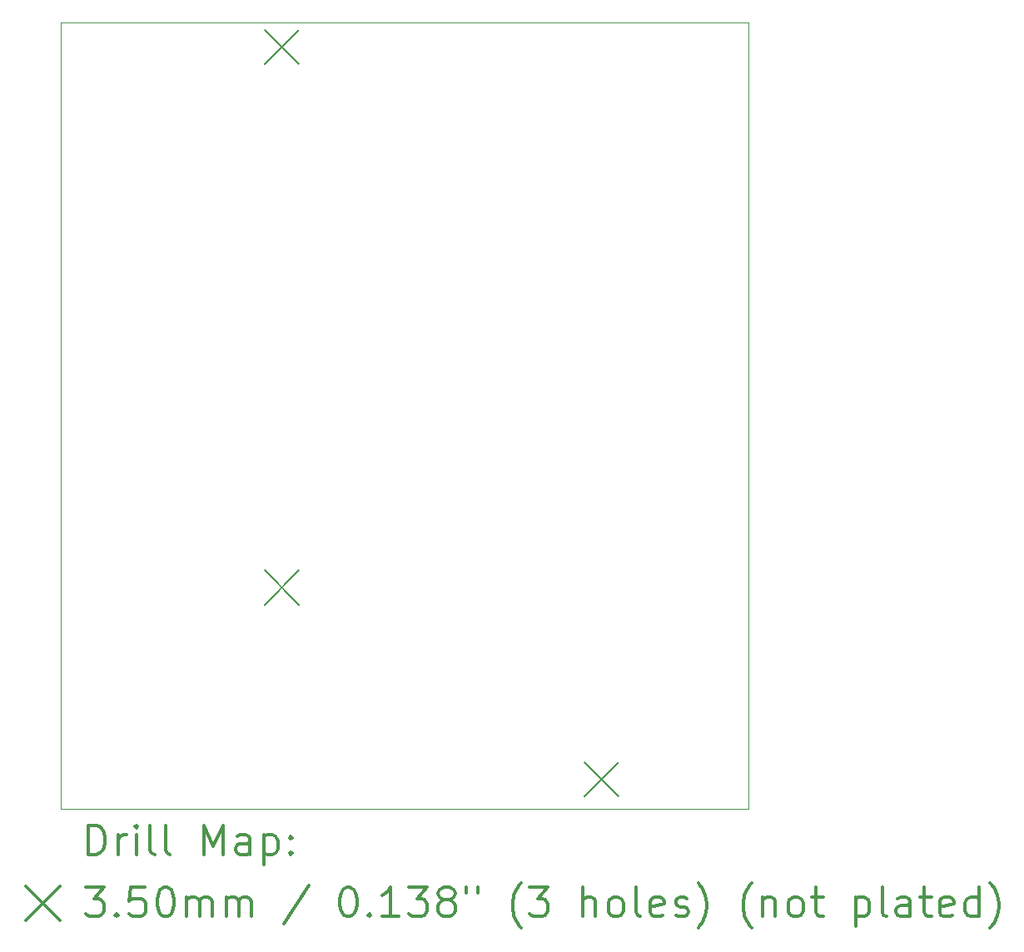
<source format=gbr>
%FSLAX45Y45*%
G04 Gerber Fmt 4.5, Leading zero omitted, Abs format (unit mm)*
G04 Created by KiCad (PCBNEW 5.1.6+dfsg1-1~bpo9+1) date 2022-04-20 06:51:43*
%MOMM*%
%LPD*%
G01*
G04 APERTURE LIST*
%TA.AperFunction,Profile*%
%ADD10C,0.050000*%
%TD*%
%ADD11C,0.200000*%
%ADD12C,0.300000*%
G04 APERTURE END LIST*
D10*
X17000000Y-2000000D02*
X17000000Y-10000000D01*
X10000000Y-2000000D02*
X17000000Y-2000000D01*
X10000000Y-10000000D02*
X10000000Y-2000000D01*
X10000000Y-10000000D02*
X17000000Y-10000000D01*
D11*
X15325000Y-9525000D02*
X15675000Y-9875000D01*
X15675000Y-9525000D02*
X15325000Y-9875000D01*
X12075000Y-7575000D02*
X12425000Y-7925000D01*
X12425000Y-7575000D02*
X12075000Y-7925000D01*
X12075000Y-2075000D02*
X12425000Y-2425000D01*
X12425000Y-2075000D02*
X12075000Y-2425000D01*
D12*
X10283928Y-10468214D02*
X10283928Y-10168214D01*
X10355357Y-10168214D01*
X10398214Y-10182500D01*
X10426786Y-10211072D01*
X10441071Y-10239643D01*
X10455357Y-10296786D01*
X10455357Y-10339643D01*
X10441071Y-10396786D01*
X10426786Y-10425357D01*
X10398214Y-10453929D01*
X10355357Y-10468214D01*
X10283928Y-10468214D01*
X10583928Y-10468214D02*
X10583928Y-10268214D01*
X10583928Y-10325357D02*
X10598214Y-10296786D01*
X10612500Y-10282500D01*
X10641071Y-10268214D01*
X10669643Y-10268214D01*
X10769643Y-10468214D02*
X10769643Y-10268214D01*
X10769643Y-10168214D02*
X10755357Y-10182500D01*
X10769643Y-10196786D01*
X10783928Y-10182500D01*
X10769643Y-10168214D01*
X10769643Y-10196786D01*
X10955357Y-10468214D02*
X10926786Y-10453929D01*
X10912500Y-10425357D01*
X10912500Y-10168214D01*
X11112500Y-10468214D02*
X11083928Y-10453929D01*
X11069643Y-10425357D01*
X11069643Y-10168214D01*
X11455357Y-10468214D02*
X11455357Y-10168214D01*
X11555357Y-10382500D01*
X11655357Y-10168214D01*
X11655357Y-10468214D01*
X11926786Y-10468214D02*
X11926786Y-10311072D01*
X11912500Y-10282500D01*
X11883928Y-10268214D01*
X11826786Y-10268214D01*
X11798214Y-10282500D01*
X11926786Y-10453929D02*
X11898214Y-10468214D01*
X11826786Y-10468214D01*
X11798214Y-10453929D01*
X11783928Y-10425357D01*
X11783928Y-10396786D01*
X11798214Y-10368214D01*
X11826786Y-10353929D01*
X11898214Y-10353929D01*
X11926786Y-10339643D01*
X12069643Y-10268214D02*
X12069643Y-10568214D01*
X12069643Y-10282500D02*
X12098214Y-10268214D01*
X12155357Y-10268214D01*
X12183928Y-10282500D01*
X12198214Y-10296786D01*
X12212500Y-10325357D01*
X12212500Y-10411072D01*
X12198214Y-10439643D01*
X12183928Y-10453929D01*
X12155357Y-10468214D01*
X12098214Y-10468214D01*
X12069643Y-10453929D01*
X12341071Y-10439643D02*
X12355357Y-10453929D01*
X12341071Y-10468214D01*
X12326786Y-10453929D01*
X12341071Y-10439643D01*
X12341071Y-10468214D01*
X12341071Y-10282500D02*
X12355357Y-10296786D01*
X12341071Y-10311072D01*
X12326786Y-10296786D01*
X12341071Y-10282500D01*
X12341071Y-10311072D01*
X9647500Y-10787500D02*
X9997500Y-11137500D01*
X9997500Y-10787500D02*
X9647500Y-11137500D01*
X10255357Y-10798214D02*
X10441071Y-10798214D01*
X10341071Y-10912500D01*
X10383928Y-10912500D01*
X10412500Y-10926786D01*
X10426786Y-10941072D01*
X10441071Y-10969643D01*
X10441071Y-11041072D01*
X10426786Y-11069643D01*
X10412500Y-11083929D01*
X10383928Y-11098214D01*
X10298214Y-11098214D01*
X10269643Y-11083929D01*
X10255357Y-11069643D01*
X10569643Y-11069643D02*
X10583928Y-11083929D01*
X10569643Y-11098214D01*
X10555357Y-11083929D01*
X10569643Y-11069643D01*
X10569643Y-11098214D01*
X10855357Y-10798214D02*
X10712500Y-10798214D01*
X10698214Y-10941072D01*
X10712500Y-10926786D01*
X10741071Y-10912500D01*
X10812500Y-10912500D01*
X10841071Y-10926786D01*
X10855357Y-10941072D01*
X10869643Y-10969643D01*
X10869643Y-11041072D01*
X10855357Y-11069643D01*
X10841071Y-11083929D01*
X10812500Y-11098214D01*
X10741071Y-11098214D01*
X10712500Y-11083929D01*
X10698214Y-11069643D01*
X11055357Y-10798214D02*
X11083928Y-10798214D01*
X11112500Y-10812500D01*
X11126786Y-10826786D01*
X11141071Y-10855357D01*
X11155357Y-10912500D01*
X11155357Y-10983929D01*
X11141071Y-11041072D01*
X11126786Y-11069643D01*
X11112500Y-11083929D01*
X11083928Y-11098214D01*
X11055357Y-11098214D01*
X11026786Y-11083929D01*
X11012500Y-11069643D01*
X10998214Y-11041072D01*
X10983928Y-10983929D01*
X10983928Y-10912500D01*
X10998214Y-10855357D01*
X11012500Y-10826786D01*
X11026786Y-10812500D01*
X11055357Y-10798214D01*
X11283928Y-11098214D02*
X11283928Y-10898214D01*
X11283928Y-10926786D02*
X11298214Y-10912500D01*
X11326786Y-10898214D01*
X11369643Y-10898214D01*
X11398214Y-10912500D01*
X11412500Y-10941072D01*
X11412500Y-11098214D01*
X11412500Y-10941072D02*
X11426786Y-10912500D01*
X11455357Y-10898214D01*
X11498214Y-10898214D01*
X11526786Y-10912500D01*
X11541071Y-10941072D01*
X11541071Y-11098214D01*
X11683928Y-11098214D02*
X11683928Y-10898214D01*
X11683928Y-10926786D02*
X11698214Y-10912500D01*
X11726786Y-10898214D01*
X11769643Y-10898214D01*
X11798214Y-10912500D01*
X11812500Y-10941072D01*
X11812500Y-11098214D01*
X11812500Y-10941072D02*
X11826786Y-10912500D01*
X11855357Y-10898214D01*
X11898214Y-10898214D01*
X11926786Y-10912500D01*
X11941071Y-10941072D01*
X11941071Y-11098214D01*
X12526786Y-10783929D02*
X12269643Y-11169643D01*
X12912500Y-10798214D02*
X12941071Y-10798214D01*
X12969643Y-10812500D01*
X12983928Y-10826786D01*
X12998214Y-10855357D01*
X13012500Y-10912500D01*
X13012500Y-10983929D01*
X12998214Y-11041072D01*
X12983928Y-11069643D01*
X12969643Y-11083929D01*
X12941071Y-11098214D01*
X12912500Y-11098214D01*
X12883928Y-11083929D01*
X12869643Y-11069643D01*
X12855357Y-11041072D01*
X12841071Y-10983929D01*
X12841071Y-10912500D01*
X12855357Y-10855357D01*
X12869643Y-10826786D01*
X12883928Y-10812500D01*
X12912500Y-10798214D01*
X13141071Y-11069643D02*
X13155357Y-11083929D01*
X13141071Y-11098214D01*
X13126786Y-11083929D01*
X13141071Y-11069643D01*
X13141071Y-11098214D01*
X13441071Y-11098214D02*
X13269643Y-11098214D01*
X13355357Y-11098214D02*
X13355357Y-10798214D01*
X13326786Y-10841072D01*
X13298214Y-10869643D01*
X13269643Y-10883929D01*
X13541071Y-10798214D02*
X13726786Y-10798214D01*
X13626786Y-10912500D01*
X13669643Y-10912500D01*
X13698214Y-10926786D01*
X13712500Y-10941072D01*
X13726786Y-10969643D01*
X13726786Y-11041072D01*
X13712500Y-11069643D01*
X13698214Y-11083929D01*
X13669643Y-11098214D01*
X13583928Y-11098214D01*
X13555357Y-11083929D01*
X13541071Y-11069643D01*
X13898214Y-10926786D02*
X13869643Y-10912500D01*
X13855357Y-10898214D01*
X13841071Y-10869643D01*
X13841071Y-10855357D01*
X13855357Y-10826786D01*
X13869643Y-10812500D01*
X13898214Y-10798214D01*
X13955357Y-10798214D01*
X13983928Y-10812500D01*
X13998214Y-10826786D01*
X14012500Y-10855357D01*
X14012500Y-10869643D01*
X13998214Y-10898214D01*
X13983928Y-10912500D01*
X13955357Y-10926786D01*
X13898214Y-10926786D01*
X13869643Y-10941072D01*
X13855357Y-10955357D01*
X13841071Y-10983929D01*
X13841071Y-11041072D01*
X13855357Y-11069643D01*
X13869643Y-11083929D01*
X13898214Y-11098214D01*
X13955357Y-11098214D01*
X13983928Y-11083929D01*
X13998214Y-11069643D01*
X14012500Y-11041072D01*
X14012500Y-10983929D01*
X13998214Y-10955357D01*
X13983928Y-10941072D01*
X13955357Y-10926786D01*
X14126786Y-10798214D02*
X14126786Y-10855357D01*
X14241071Y-10798214D02*
X14241071Y-10855357D01*
X14683928Y-11212500D02*
X14669643Y-11198214D01*
X14641071Y-11155357D01*
X14626786Y-11126786D01*
X14612500Y-11083929D01*
X14598214Y-11012500D01*
X14598214Y-10955357D01*
X14612500Y-10883929D01*
X14626786Y-10841072D01*
X14641071Y-10812500D01*
X14669643Y-10769643D01*
X14683928Y-10755357D01*
X14769643Y-10798214D02*
X14955357Y-10798214D01*
X14855357Y-10912500D01*
X14898214Y-10912500D01*
X14926786Y-10926786D01*
X14941071Y-10941072D01*
X14955357Y-10969643D01*
X14955357Y-11041072D01*
X14941071Y-11069643D01*
X14926786Y-11083929D01*
X14898214Y-11098214D01*
X14812500Y-11098214D01*
X14783928Y-11083929D01*
X14769643Y-11069643D01*
X15312500Y-11098214D02*
X15312500Y-10798214D01*
X15441071Y-11098214D02*
X15441071Y-10941072D01*
X15426786Y-10912500D01*
X15398214Y-10898214D01*
X15355357Y-10898214D01*
X15326786Y-10912500D01*
X15312500Y-10926786D01*
X15626786Y-11098214D02*
X15598214Y-11083929D01*
X15583928Y-11069643D01*
X15569643Y-11041072D01*
X15569643Y-10955357D01*
X15583928Y-10926786D01*
X15598214Y-10912500D01*
X15626786Y-10898214D01*
X15669643Y-10898214D01*
X15698214Y-10912500D01*
X15712500Y-10926786D01*
X15726786Y-10955357D01*
X15726786Y-11041072D01*
X15712500Y-11069643D01*
X15698214Y-11083929D01*
X15669643Y-11098214D01*
X15626786Y-11098214D01*
X15898214Y-11098214D02*
X15869643Y-11083929D01*
X15855357Y-11055357D01*
X15855357Y-10798214D01*
X16126786Y-11083929D02*
X16098214Y-11098214D01*
X16041071Y-11098214D01*
X16012500Y-11083929D01*
X15998214Y-11055357D01*
X15998214Y-10941072D01*
X16012500Y-10912500D01*
X16041071Y-10898214D01*
X16098214Y-10898214D01*
X16126786Y-10912500D01*
X16141071Y-10941072D01*
X16141071Y-10969643D01*
X15998214Y-10998214D01*
X16255357Y-11083929D02*
X16283928Y-11098214D01*
X16341071Y-11098214D01*
X16369643Y-11083929D01*
X16383928Y-11055357D01*
X16383928Y-11041072D01*
X16369643Y-11012500D01*
X16341071Y-10998214D01*
X16298214Y-10998214D01*
X16269643Y-10983929D01*
X16255357Y-10955357D01*
X16255357Y-10941072D01*
X16269643Y-10912500D01*
X16298214Y-10898214D01*
X16341071Y-10898214D01*
X16369643Y-10912500D01*
X16483928Y-11212500D02*
X16498214Y-11198214D01*
X16526786Y-11155357D01*
X16541071Y-11126786D01*
X16555357Y-11083929D01*
X16569643Y-11012500D01*
X16569643Y-10955357D01*
X16555357Y-10883929D01*
X16541071Y-10841072D01*
X16526786Y-10812500D01*
X16498214Y-10769643D01*
X16483928Y-10755357D01*
X17026786Y-11212500D02*
X17012500Y-11198214D01*
X16983928Y-11155357D01*
X16969643Y-11126786D01*
X16955357Y-11083929D01*
X16941071Y-11012500D01*
X16941071Y-10955357D01*
X16955357Y-10883929D01*
X16969643Y-10841072D01*
X16983928Y-10812500D01*
X17012500Y-10769643D01*
X17026786Y-10755357D01*
X17141071Y-10898214D02*
X17141071Y-11098214D01*
X17141071Y-10926786D02*
X17155357Y-10912500D01*
X17183928Y-10898214D01*
X17226786Y-10898214D01*
X17255357Y-10912500D01*
X17269643Y-10941072D01*
X17269643Y-11098214D01*
X17455357Y-11098214D02*
X17426786Y-11083929D01*
X17412500Y-11069643D01*
X17398214Y-11041072D01*
X17398214Y-10955357D01*
X17412500Y-10926786D01*
X17426786Y-10912500D01*
X17455357Y-10898214D01*
X17498214Y-10898214D01*
X17526786Y-10912500D01*
X17541071Y-10926786D01*
X17555357Y-10955357D01*
X17555357Y-11041072D01*
X17541071Y-11069643D01*
X17526786Y-11083929D01*
X17498214Y-11098214D01*
X17455357Y-11098214D01*
X17641071Y-10898214D02*
X17755357Y-10898214D01*
X17683928Y-10798214D02*
X17683928Y-11055357D01*
X17698214Y-11083929D01*
X17726786Y-11098214D01*
X17755357Y-11098214D01*
X18083928Y-10898214D02*
X18083928Y-11198214D01*
X18083928Y-10912500D02*
X18112500Y-10898214D01*
X18169643Y-10898214D01*
X18198214Y-10912500D01*
X18212500Y-10926786D01*
X18226786Y-10955357D01*
X18226786Y-11041072D01*
X18212500Y-11069643D01*
X18198214Y-11083929D01*
X18169643Y-11098214D01*
X18112500Y-11098214D01*
X18083928Y-11083929D01*
X18398214Y-11098214D02*
X18369643Y-11083929D01*
X18355357Y-11055357D01*
X18355357Y-10798214D01*
X18641071Y-11098214D02*
X18641071Y-10941072D01*
X18626786Y-10912500D01*
X18598214Y-10898214D01*
X18541071Y-10898214D01*
X18512500Y-10912500D01*
X18641071Y-11083929D02*
X18612500Y-11098214D01*
X18541071Y-11098214D01*
X18512500Y-11083929D01*
X18498214Y-11055357D01*
X18498214Y-11026786D01*
X18512500Y-10998214D01*
X18541071Y-10983929D01*
X18612500Y-10983929D01*
X18641071Y-10969643D01*
X18741071Y-10898214D02*
X18855357Y-10898214D01*
X18783928Y-10798214D02*
X18783928Y-11055357D01*
X18798214Y-11083929D01*
X18826786Y-11098214D01*
X18855357Y-11098214D01*
X19069643Y-11083929D02*
X19041071Y-11098214D01*
X18983928Y-11098214D01*
X18955357Y-11083929D01*
X18941071Y-11055357D01*
X18941071Y-10941072D01*
X18955357Y-10912500D01*
X18983928Y-10898214D01*
X19041071Y-10898214D01*
X19069643Y-10912500D01*
X19083928Y-10941072D01*
X19083928Y-10969643D01*
X18941071Y-10998214D01*
X19341071Y-11098214D02*
X19341071Y-10798214D01*
X19341071Y-11083929D02*
X19312500Y-11098214D01*
X19255357Y-11098214D01*
X19226786Y-11083929D01*
X19212500Y-11069643D01*
X19198214Y-11041072D01*
X19198214Y-10955357D01*
X19212500Y-10926786D01*
X19226786Y-10912500D01*
X19255357Y-10898214D01*
X19312500Y-10898214D01*
X19341071Y-10912500D01*
X19455357Y-11212500D02*
X19469643Y-11198214D01*
X19498214Y-11155357D01*
X19512500Y-11126786D01*
X19526786Y-11083929D01*
X19541071Y-11012500D01*
X19541071Y-10955357D01*
X19526786Y-10883929D01*
X19512500Y-10841072D01*
X19498214Y-10812500D01*
X19469643Y-10769643D01*
X19455357Y-10755357D01*
M02*

</source>
